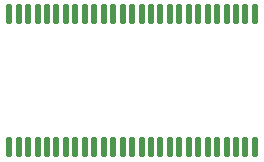
<source format=gtp>
G04 Layer: TopPasteMaskLayer*
G04 EasyEDA v6.5.29, 2023-07-16 09:38:32*
G04 6daab3e9de084c3e9e407c93523b43d4,e855215096054eb7bd5858a7ef804e70,10*
G04 Gerber Generator version 0.2*
G04 Scale: 100 percent, Rotated: No, Reflected: No *
G04 Dimensions in millimeters *
G04 leading zeros omitted , absolute positions ,4 integer and 5 decimal *
%FSLAX45Y45*%
%MOMM*%

%ADD10O,0.49999899999999997X1.7999964*%

%LPD*%
D10*
G01*
X3468522Y1988489D03*
G01*
X3548532Y1988489D03*
G01*
X3628516Y1988489D03*
G01*
X3708527Y1988489D03*
G01*
X3788511Y1988489D03*
G01*
X3868521Y1988489D03*
G01*
X3948506Y1988489D03*
G01*
X4028516Y1988489D03*
G01*
X4108500Y1988489D03*
G01*
X4188536Y1988489D03*
G01*
X4268495Y1988489D03*
G01*
X4348530Y1988489D03*
G01*
X4428490Y1988489D03*
G01*
X4508525Y1988489D03*
G01*
X4588509Y1988489D03*
G01*
X4668520Y1988489D03*
G01*
X4748504Y1988489D03*
G01*
X4828514Y1988489D03*
G01*
X4908499Y1988489D03*
G01*
X4988534Y1988489D03*
G01*
X5068519Y1988489D03*
G01*
X5148529Y1988489D03*
G01*
X5228539Y1988489D03*
G01*
X5308523Y1988489D03*
G01*
X5388533Y1988489D03*
G01*
X5468518Y1988489D03*
G01*
X5548528Y1988489D03*
G01*
X3468522Y3116910D03*
G01*
X3548532Y3116910D03*
G01*
X3628516Y3116910D03*
G01*
X3708527Y3116910D03*
G01*
X3788511Y3116910D03*
G01*
X3868521Y3116910D03*
G01*
X3948506Y3116910D03*
G01*
X4028516Y3116910D03*
G01*
X4108500Y3116910D03*
G01*
X4188536Y3116910D03*
G01*
X4268495Y3116910D03*
G01*
X4348530Y3116910D03*
G01*
X4428490Y3116910D03*
G01*
X4508525Y3116910D03*
G01*
X4588509Y3116910D03*
G01*
X4668520Y3116910D03*
G01*
X4748504Y3116910D03*
G01*
X4828514Y3116910D03*
G01*
X4908499Y3116910D03*
G01*
X4988534Y3116910D03*
G01*
X5068519Y3116910D03*
G01*
X5148529Y3116910D03*
G01*
X5228539Y3116910D03*
G01*
X5308523Y3116910D03*
G01*
X5388533Y3116910D03*
G01*
X5468518Y3116910D03*
G01*
X5548528Y3116910D03*
M02*

</source>
